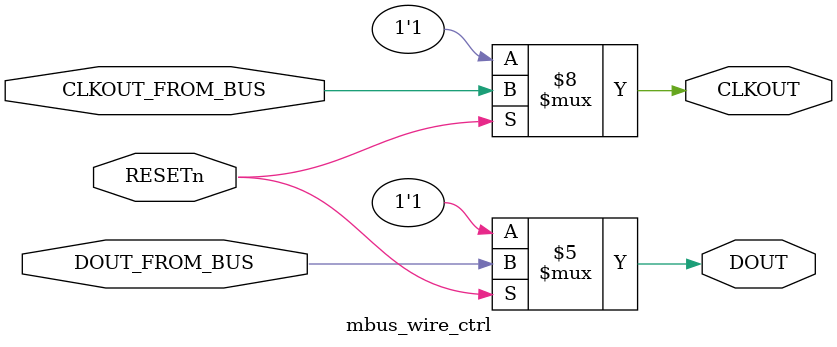
<source format=v>

module mbus_wire_ctrl(
	input RESETn,
	input DOUT_FROM_BUS,
	input CLKOUT_FROM_BUS,
	`ifdef POWER_GATING
	input DIN,
	input CLKIN,
	input RELEASE_ISO_FROM_SLEEP_CTRL,
	input EXTERNAL_INT,
	`endif
	output reg DOUT,
	output reg CLKOUT
);

`ifdef POWER_GATING
always @ *
begin
	if (~RESETn)
		CLKOUT <= 1'b1;
	else if (RELEASE_ISO_FROM_SLEEP_CTRL==`IO_HOLD)
		CLKOUT <= CLKIN;
	else
		CLKOUT <= CLKOUT_FROM_BUS;

	if (~RESETn)
		DOUT <= 1'b1;
	else if (EXTERNAL_INT)
		DOUT <= 0;
	else
	begin
		if (RELEASE_ISO_FROM_SLEEP_CTRL==`IO_HOLD)
			DOUT <= DIN;
		else
			DOUT <= DOUT_FROM_BUS;
	end
end
`else
always @ *
begin
	if (~RESETn)
		CLKOUT <= 1'b1;
	else
		CLKOUT <= CLKOUT_FROM_BUS;

	if (~RESETn)
		DOUT <= 1'b1;
	else
		DOUT <= DOUT_FROM_BUS;
end
`endif

endmodule
</source>
